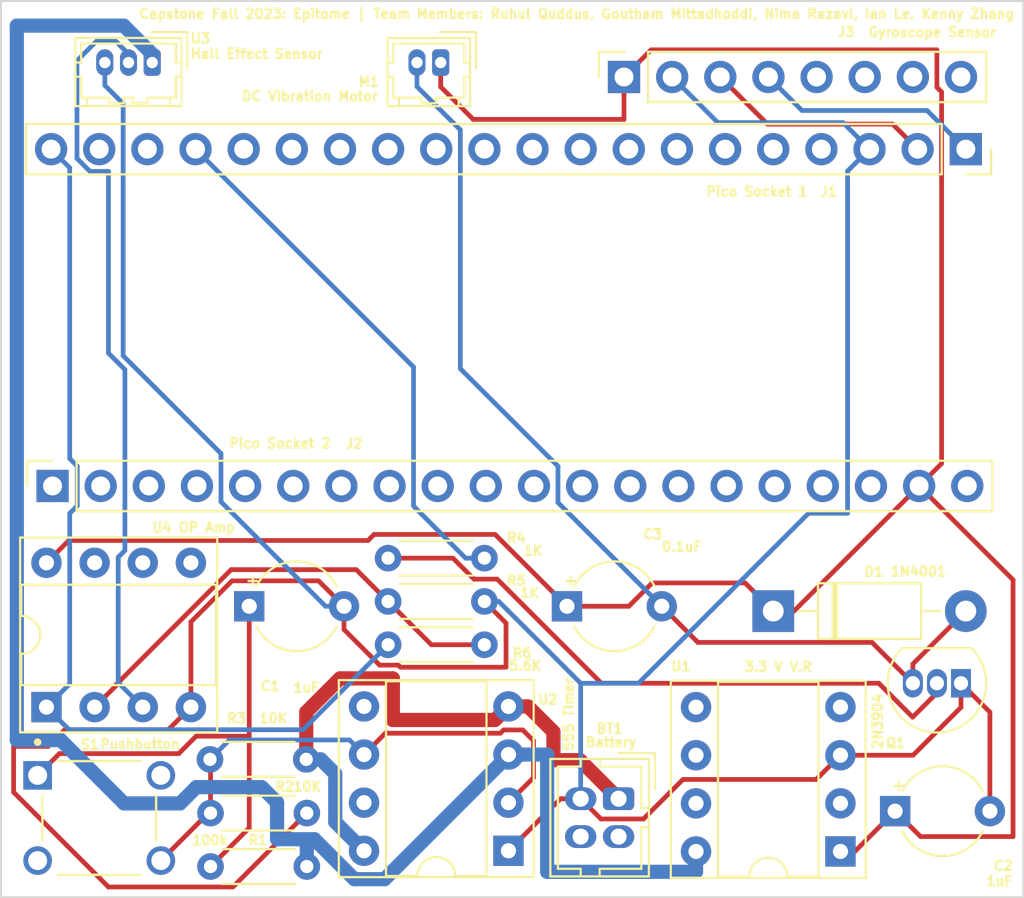
<source format=kicad_pcb>
(kicad_pcb (version 20221018) (generator pcbnew)
  (layers (0 "F.Cu" signal) (31 "B.Cu" signal) (34 "B.Paste" user) (35 "F.Paste" user) (36 "B.SilkS" user "B.Silkscreen") (37 "F.SilkS" user "F.Silkscreen") (38 "B.Mask" user) (39 "F.Mask" user) (44 "Edge.Cuts" user))
  (net 0 "")
  (net 1 "VCC")
  (net 2 "Earth")
  (net 3 "Net-(C1-Pad1)")
  (net 4 "Net-(D1-K)")
  (net 5 "Net-(D1-A)")
  (net 6 "Net-(J1-Pin_1)")
  (net 7 "Net-(J1-Pin_2)")
  (net 21 "Net-(J1-Pin_17)")
  (net 24 "Net-(J1-Pin_20)")
  (net 44 "Net-(Q1-B)")
  (net 45 "Net-(U2-THR)")
  (net 55 "Net-(U1-IN)")
  (net 60 "Net-(U4--)")
  (net 61 "Net-(U3-VOUT)")
  (footprint "Connector_Hirose:Hirose_DF13-03P-1.25DSA_1x03_P1.25mm_Vertical" (layer "F.Cu") (at 29.972 22.86 180)
    (fp_text reference "U3" hide)
    (fp_text value "Hall Effect Sensor" (at -5.518 0.46) (layer "F.SilkS") (effects (font (size 0.5 0.5) (thickness 0.125))))
    (fp_text user "${REFERENCE}" (at -2.54 1.27) (layer "F.SilkS") (effects (font (size 0.5 0.5) (thickness 0.125))))
    (fp_line (start -1.86 -0.3) (end -1.86 1.61) (stroke (width 0.12)) (layer "F.SilkS"))
    (fp_line (start -1.86 1.61) (end 0.05 1.61) (stroke (width 0.12)) (layer "F.SilkS"))
    (fp_line (start -1.55 -2.3) (end -1.55 1.3) (stroke (width 0.12)) (layer "F.SilkS"))
    (fp_line (start -1.55 -0.75) (end -1.25 -0.75) (stroke (width 0.12)) (layer "F.SilkS"))
    (fp_line (start -1.55 0) (end -1.25 0) (stroke (width 0.12)) (layer "F.SilkS"))
    (fp_line (start -1.55 1.3) (end 4.05 1.3) (stroke (width 0.12)) (layer "F.SilkS"))
    (fp_line (start -1.25 -1.85) (end -0.95 -1.85) (stroke (width 0.12)) (layer "F.SilkS"))
    (fp_line (start -1.25 -0.75) (end -1.25 -1.85) (stroke (width 0.12)) (layer "F.SilkS"))
    (fp_line (start -1.25 0) (end -1.25 1) (stroke (width 0.12)) (layer "F.SilkS"))
    (fp_line (start -1.25 1) (end 3.75 1) (stroke (width 0.12)) (layer "F.SilkS"))
    (fp_line (start -0.95 -1.85) (end -0.95 -2.3) (stroke (width 0.12)) (layer "F.SilkS"))
    (fp_line (start -0.95 -1.85) (end 0.25 -1.85) (stroke (width 0.12)) (layer "F.SilkS"))
    (fp_line (start 0.25 -2.15) (end 1 -2.15) (stroke (width 0.12)) (layer "F.SilkS"))
    (fp_line (start 0.25 -1.85) (end 0.25 -2.15) (stroke (width 0.12)) (layer "F.SilkS"))
    (fp_line (start 1 -2.15) (end 1 -1.85) (stroke (width 0.12)) (layer "F.SilkS"))
    (fp_line (start 1 -1.85) (end 1.5 -1.85) (stroke (width 0.12)) (layer "F.SilkS"))
    (fp_line (start 1.5 -2.15) (end 2.25 -2.15) (stroke (width 0.12)) (layer "F.SilkS"))
    (fp_line (start 1.5 -1.85) (end 1.5 -2.15) (stroke (width 0.12)) (layer "F.SilkS"))
    (fp_line (start 2.25 -2.15) (end 2.25 -1.85) (stroke (width 0.12)) (layer "F.SilkS"))
    (fp_line (start 2.25 -1.85) (end 3.45 -1.85) (stroke (width 0.12)) (layer "F.SilkS"))
    (fp_line (start 3.45 -1.85) (end 3.45 -2.3) (stroke (width 0.12)) (layer "F.SilkS"))
    (fp_line (start 3.75 -1.85) (end 3.45 -1.85) (stroke (width 0.12)) (layer "F.SilkS"))
    (fp_line (start 3.75 -0.75) (end 3.75 -1.85) (stroke (width 0.12)) (layer "F.SilkS"))
    (fp_line (start 3.75 0) (end 4.05 0) (stroke (width 0.12)) (layer "F.SilkS"))
    (fp_line (start 3.75 1) (end 3.75 0) (stroke (width 0.12)) (layer "F.SilkS"))
    (fp_line (start 4.05 -2.3) (end -1.55 -2.3) (stroke (width 0.12)) (layer "F.SilkS"))
    (fp_line (start 4.05 -0.75) (end 3.75 -0.75) (stroke (width 0.12)) (layer "F.SilkS"))
    (fp_line (start 4.05 1.3) (end 4.05 -2.3) (stroke (width 0.12)) (layer "F.SilkS"))
    (pad "1" thru_hole roundrect (at 0 0 180) (size 0.9 1.4) (drill 0.6) (layers "*.Cu" "*.Mask") (net 55 "Net-(U1-IN)"))
    (pad "2" thru_hole oval (at 1.25 0 180) (size 0.9 1.4) (drill 0.6) (layers "*.Cu" "*.Mask") (net 61 "Net-(U3-VOUT)"))
    (pad "3" thru_hole oval (at 2.5 0 180) (size 0.9 1.4) (drill 0.6) (layers "*.Cu" "*.Mask") (net 2 "Earth"))
  )
  (footprint "Connector_Hirose:Hirose_DF13-02P-1.25DSA_1x02_P1.25mm_Vertical" (layer "F.Cu") (at 45.192 22.86 180)
    (fp_text reference "M1" (at 3.79 -1.016 180) (layer "F.SilkS") (effects (font (size 0.5 0.5) (thickness 0.125))))
    (fp_text value "DC Vibration Motor" (at 6.902 -1.78 180) (layer "F.SilkS") (effects (font (size 0.5 0.5) (thickness 0.125))))
    (fp_line (start -1.86 -0.3) (end -1.86 1.61) (stroke (width 0.12)) (layer "F.SilkS"))
    (fp_line (start -1.86 1.61) (end 0.05 1.61) (stroke (width 0.12)) (layer "F.SilkS"))
    (fp_line (start -1.55 -2.3) (end -1.55 1.3) (stroke (width 0.12)) (layer "F.SilkS"))
    (fp_line (start -1.55 -0.75) (end -1.25 -0.75) (stroke (width 0.12)) (layer "F.SilkS"))
    (fp_line (start -1.55 0) (end -1.25 0) (stroke (width 0.12)) (layer "F.SilkS"))
    (fp_line (start -1.55 1.3) (end 2.8 1.3) (stroke (width 0.12)) (layer "F.SilkS"))
    (fp_line (start -1.25 -1.85) (end -0.95 -1.85) (stroke (width 0.12)) (layer "F.SilkS"))
    (fp_line (start -1.25 -0.75) (end -1.25 -1.85) (stroke (width 0.12)) (layer "F.SilkS"))
    (fp_line (start -1.25 0) (end -1.25 1) (stroke (width 0.12)) (layer "F.SilkS"))
    (fp_line (start -1.25 1) (end 2.5 1) (stroke (width 0.12)) (layer "F.SilkS"))
    (fp_line (start -0.95 -1.85) (end -0.95 -2.3) (stroke (width 0.12)) (layer "F.SilkS"))
    (fp_line (start -0.95 -1.85) (end 0.25 -1.85) (stroke (width 0.12)) (layer "F.SilkS"))
    (fp_line (start 0.25 -2.15) (end 1 -2.15) (stroke (width 0.12)) (layer "F.SilkS"))
    (fp_line (start 0.25 -1.85) (end 0.25 -2.15) (stroke (width 0.12)) (layer "F.SilkS"))
    (fp_line (start 1 -2.15) (end 1 -1.85) (stroke (width 0.12)) (layer "F.SilkS"))
    (fp_line (start 1 -1.85) (end 2.2 -1.85) (stroke (width 0.12)) (layer "F.SilkS"))
    (fp_line (start 2.2 -1.85) (end 2.2 -2.3) (stroke (width 0.12)) (layer "F.SilkS"))
    (fp_line (start 2.5 -1.85) (end 2.2 -1.85) (stroke (width 0.12)) (layer "F.SilkS"))
    (fp_line (start 2.5 -0.75) (end 2.5 -1.85) (stroke (width 0.12)) (layer "F.SilkS"))
    (fp_line (start 2.5 0) (end 2.8 0) (stroke (width 0.12)) (layer "F.SilkS"))
    (fp_line (start 2.5 1) (end 2.5 0) (stroke (width 0.12)) (layer "F.SilkS"))
    (fp_line (start 2.8 -2.3) (end -1.55 -2.3) (stroke (width 0.12)) (layer "F.SilkS"))
    (fp_line (start 2.8 -0.75) (end 2.5 -0.75) (stroke (width 0.12)) (layer "F.SilkS"))
    (fp_line (start 2.8 1.3) (end 2.8 -2.3) (stroke (width 0.12)) (layer "F.SilkS"))
    (pad "1" thru_hole roundrect (at 0 0 180) (size 0.9 1.4) (drill 0.6) (layers "*.Cu" "*.Mask") (net 4 "Net-(D1-K)"))
    (pad "2" thru_hole oval (at 1.25 0 180) (size 0.9 1.4) (drill 0.6) (layers "*.Cu" "*.Mask") (net 5 "Net-(D1-A)"))
  )
  (footprint "TS:SW_TS02-66-60-BK-160-LCR-D" (layer "F.Cu") (at 27.178 62.738)
    (fp_text reference "S1" (at -0.498 -3.868 180) (layer "F.SilkS") (effects (font (size 0.5 0.5) (thickness 0.125))))
    (fp_text value "Pushbutton" (at 2.152 -3.898 180) (layer "F.SilkS") (effects (font (size 0.5 0.5) (thickness 0.125))))
    (fp_line (start -3 -1.176) (end -3 1.176) (stroke (width 0.127)) (layer "F.SilkS"))
    (fp_line (start -2.176 -3) (end 2.176 -3) (stroke (width 0.127)) (layer "F.SilkS"))
    (fp_line (start -2.176 3) (end 2.176 3) (stroke (width 0.127)) (layer "F.SilkS"))
    (fp_line (start 3 -1.176) (end 3 1.176) (stroke (width 0.127)) (layer "F.SilkS"))
    (fp_circle (center -3.25 -4.004) (end -3.15 -4.004) (stroke (width 0.2)) (fill none) (layer "F.SilkS"))
    (pad "1" thru_hole rect (at -3.25 -2.25) (size 1.508 1.508) (drill 1) (layers "*.Cu" "*.Mask") (net 3 "Net-(C1-Pad1)"))
    (pad "2" thru_hole circle (at 3.25 -2.25) (size 1.508 1.508) (drill 1) (layers "*.Cu" "*.Mask"))
    (pad "3" thru_hole circle (at -3.25 2.25) (size 1.508 1.508) (drill 1) (layers "*.Cu" "*.Mask"))
    (pad "4" thru_hole circle (at 3.25 2.25) (size 1.508 1.508) (drill 1) (layers "*.Cu" "*.Mask") (net 45 "Net-(U2-THR)"))
  )
  (footprint "Package_TO_SOT_THT:TO-92_Inline" (layer "F.Cu") (at 72.644 55.626 180)
    (fp_text reference "Q1" (at 3.454 -3.154) (layer "F.SilkS") (effects (font (size 0.5 0.5) (thickness 0.125))))
    (fp_text value "2N3904" (at 4.394 -2.004 90) (layer "F.SilkS") (effects (font (size 0.5 0.5) (thickness 0.125))))
    (fp_line (start -0.53 1.85) (end 3.07 1.85) (stroke (width 0.12)) (layer "F.SilkS"))
    (fp_arc (start -0.568478 1.838478) (mid -1.132087 -0.994977) (end 1.27 -2.6) (stroke (width 0.12)) (layer "F.SilkS"))
    (fp_arc (start 1.27 -2.6) (mid 3.672087 -0.994977) (end 3.108478 1.838478) (stroke (width 0.12)) (layer "F.SilkS"))
    (pad "1" thru_hole rect (at 0 0 180) (size 1.05 1.5) (drill 0.75) (layers "*.Cu" "*.Mask") (net 2 "Earth"))
    (pad "2" thru_hole oval (at 1.27 0 180) (size 1.05 1.5) (drill 0.75) (layers "*.Cu" "*.Mask") (net 44 "Net-(Q1-B)"))
    (pad "3" thru_hole oval (at 2.54 0 180) (size 1.05 1.5) (drill 0.75) (layers "*.Cu" "*.Mask") (net 5 "Net-(D1-A)"))
  )
  (footprint "Resistor_THT:R_Axial_DIN0204_L3.6mm_D1.6mm_P5.08mm_Horizontal" (layer "F.Cu") (at 42.418 49.022)
    (fp_text reference "R4" hide)
    (fp_text value "1K" (at 7.652 -0.392) (layer "F.SilkS") (effects (font (size 0.5 0.5) (thickness 0.125))))
    (fp_text user "${REFERENCE}" (at 6.762 -1.072) (layer "F.SilkS") (effects (font (size 0.5 0.5) (thickness 0.125) bold)))
    (fp_line (start 0.62 -0.92) (end 4.46 -0.92) (stroke (width 0.12)) (layer "F.SilkS"))
    (fp_line (start 0.62 0.92) (end 4.46 0.92) (stroke (width 0.12)) (layer "F.SilkS"))
    (pad "1" thru_hole circle (at 0 0) (size 1.4 1.4) (drill 0.7) (layers "*.Cu" "*.Mask") (net 44 "Net-(Q1-B)"))
    (pad "2" thru_hole oval (at 5.08 0) (size 1.4 1.4) (drill 0.7) (layers "*.Cu" "*.Mask") (net 21 "Net-(J1-Pin_17)"))
  )
  (footprint "Package_DIP:DIP-8_W7.62mm_Socket" (layer "F.Cu") (at 48.768 64.4705 180)
    (fp_text reference "U2" hide)
    (fp_text value "555 Timer" (at -3.182 7.2005 90) (layer "F.SilkS") (effects (font (size 0.5 0.5) (thickness 0.125))))
    (fp_text user "${REFERENCE}" (at -2.072 7.9905) (layer "F.SilkS") (effects (font (size 0.5 0.5) (thickness 0.125) bold)))
    (fp_line (start -1.33 -1.39) (end -1.33 9.01) (stroke (width 0.12)) (layer "F.SilkS"))
    (fp_line (start -1.33 9.01) (end 8.95 9.01) (stroke (width 0.12)) (layer "F.SilkS"))
    (fp_line (start 1.16 -1.33) (end 1.16 8.95) (stroke (width 0.12)) (layer "F.SilkS"))
    (fp_line (start 1.16 8.95) (end 6.46 8.95) (stroke (width 0.12)) (layer "F.SilkS"))
    (fp_line (start 2.81 -1.33) (end 1.16 -1.33) (stroke (width 0.12)) (layer "F.SilkS"))
    (fp_line (start 6.46 -1.33) (end 4.81 -1.33) (stroke (width 0.12)) (layer "F.SilkS"))
    (fp_line (start 6.46 8.95) (end 6.46 -1.33) (stroke (width 0.12)) (layer "F.SilkS"))
    (fp_line (start 8.95 -1.39) (end -1.33 -1.39) (stroke (width 0.12)) (layer "F.SilkS"))
    (fp_line (start 8.95 9.01) (end 8.95 -1.39) (stroke (width 0.12)) (layer "F.SilkS"))
    (fp_arc (start 4.81 -1.33) (mid 3.81 -0.33) (end 2.81 -1.33) (stroke (width 0.12)) (layer "F.SilkS"))
    (pad "1" thru_hole rect (at 0 0 180) (size 1.6 1.6) (drill 0.8) (layers "*.Cu" "*.Mask") (net 2 "Earth"))
    (pad "2" thru_hole oval (at 0 2.54 180) (size 1.6 1.6) (drill 0.8) (layers "*.Cu" "*.Mask") (net 45 "Net-(U2-THR)"))
    (pad "3" thru_hole oval (at 0 5.08 180) (size 1.6 1.6) (drill 0.8) (layers "*.Cu" "*.Mask") (net 55 "Net-(U1-IN)"))
    (pad "4" thru_hole oval (at 0 7.62 180) (size 1.6 1.6) (drill 0.8) (layers "*.Cu" "*.Mask") (net 1 "VCC"))
    (pad "5" thru_hole oval (at 7.62 7.62 180) (size 1.6 1.6) (drill 0.8) (layers "*.Cu" "*.Mask"))
    (pad "6" thru_hole oval (at 7.62 5.08 180) (size 1.6 1.6) (drill 0.8) (layers "*.Cu" "*.Mask") (net 45 "Net-(U2-THR)"))
    (pad "7" thru_hole oval (at 7.62 2.54 180) (size 1.6 1.6) (drill 0.8) (layers "*.Cu" "*.Mask"))
    (pad "8" thru_hole oval (at 7.62 0 180) (size 1.6 1.6) (drill 0.8) (layers "*.Cu" "*.Mask") (net 1 "VCC"))
  )
  (footprint "Package_DIP:DIP-8_W7.62mm_Socket" (layer "F.Cu") (at 66.284 64.506 180)
    (fp_text reference "U1" hide)
    (fp_text value "3.3 V V.R" (at 3.284 9.746 180) (layer "F.SilkS") (effects (font (size 0.5 0.5) (thickness 0.125))))
    (fp_text user "${REFERENCE}" (at 8.414 9.776) (layer "F.SilkS") (effects (font (size 0.5 0.5) (thickness 0.125) bold)))
    (fp_line (start -1.33 -1.39) (end -1.33 9.01) (stroke (width 0.12)) (layer "F.SilkS"))
    (fp_line (start -1.33 9.01) (end 8.95 9.01) (stroke (width 0.12)) (layer "F.SilkS"))
    (fp_line (start 1.16 -1.33) (end 1.16 8.95) (stroke (width 0.12)) (layer "F.SilkS"))
    (fp_line (start 1.16 8.95) (end 6.46 8.95) (stroke (width 0.12)) (layer "F.SilkS"))
    (fp_line (start 2.81 -1.33) (end 1.16 -1.33) (stroke (width 0.12)) (layer "F.SilkS"))
    (fp_line (start 6.46 -1.33) (end 4.81 -1.33) (stroke (width 0.12)) (layer "F.SilkS"))
    (fp_line (start 6.46 8.95) (end 6.46 -1.33) (stroke (width 0.12)) (layer "F.SilkS"))
    (fp_line (start 8.95 -1.39) (end -1.33 -1.39) (stroke (width 0.12)) (layer "F.SilkS"))
    (fp_line (start 8.95 9.01) (end 8.95 -1.39) (stroke (width 0.12)) (layer "F.SilkS"))
    (fp_arc (start 4.81 -1.33) (mid 3.81 -0.33) (end 2.81 -1.33) (stroke (width 0.12)) (layer "F.SilkS"))
    (pad "1" thru_hole rect (at 0 0 180) (size 1.6 1.6) (drill 0.8) (layers "*.Cu" "*.Mask") (net 4 "Net-(D1-K)"))
    (pad "2" thru_hole oval (at 0 2.54 180) (size 1.6 1.6) (drill 0.8) (layers "*.Cu" "*.Mask"))
    (pad "3" thru_hole oval (at 0 5.08 180) (size 1.6 1.6) (drill 0.8) (layers "*.Cu" "*.Mask") (net 2 "Earth"))
    (pad "4" thru_hole oval (at 0 7.62 180) (size 1.6 1.6) (drill 0.8) (layers "*.Cu" "*.Mask"))
    (pad "5" thru_hole oval (at 7.62 7.62 180) (size 1.6 1.6) (drill 0.8) (layers "*.Cu" "*.Mask"))
    (pad "6" thru_hole oval (at 7.62 5.08 180) (size 1.6 1.6) (drill 0.8) (layers "*.Cu" "*.Mask"))
    (pad "7" thru_hole oval (at 7.62 2.54 180) (size 1.6 1.6) (drill 0.8) (layers "*.Cu" "*.Mask"))
    (pad "8" thru_hole oval (at 7.62 0 180) (size 1.6 1.6) (drill 0.8) (layers "*.Cu" "*.Mask") (net 55 "Net-(U1-IN)"))
  )
  (footprint "Capacitor_THT:CP_Radial_Tantal_D4.5mm_P5.00mm" (layer "F.Cu") (at 35.092 51.562)
    (fp_text reference "C1" hide)
    (fp_text value "1uF" (at 3.008 4.288) (layer "F.SilkS") (effects (font (size 0.5 0.5) (thickness 0.125))))
    (fp_text user "${REFERENCE}" (at 1.098 4.218) (layer "F.SilkS") (effects (font (size 0.5 0.5) (thickness 0.125))))
    (fp_line (start -0.037288 -1.335) (end 0.412712 -1.335) (stroke (width 0.12)) (layer "F.SilkS"))
    (fp_line (start 0.187712 -1.56) (end 0.187712 -1.11) (stroke (width 0.12)) (layer "F.SilkS"))
    (fp_arc (start 0.380259 -1.06) (mid 2.5 -2.37) (end 4.619741 -1.06) (stroke (width 0.12)) (layer "F.SilkS"))
    (fp_arc (start 4.619741 1.06) (mid 2.5 2.37) (end 0.380259 1.06) (stroke (width 0.12)) (layer "F.SilkS"))
    (pad "1" thru_hole rect (at 0 0) (size 1.6 1.6) (drill 0.8) (layers "*.Cu" "*.Mask") (net 3 "Net-(C1-Pad1)"))
    (pad "2" thru_hole circle (at 5 0) (size 1.6 1.6) (drill 0.8) (layers "*.Cu" "*.Mask") (net 2 "Earth"))
  )
  (footprint "Resistor_THT:R_Axial_DIN0204_L3.6mm_D1.6mm_P5.08mm_Horizontal" (layer "F.Cu") (at 42.418 53.594)
    (fp_text reference "R6" hide)
    (fp_text value "5.6K" (at 7.232 1.106) (layer "F.SilkS") (effects (font (size 0.5 0.5) (thickness 0.125))))
    (fp_text user "${REFERENCE}" (at 7.072 0.436) (layer "F.SilkS") (effects (font (size 0.5 0.5) (thickness 0.125) bold)))
    (fp_line (start 0.62 -0.92) (end 4.46 -0.92) (stroke (width 0.12)) (layer "F.SilkS"))
    (fp_line (start 0.62 0.92) (end 4.46 0.92) (stroke (width 0.12)) (layer "F.SilkS"))
    (pad "1" thru_hole circle (at 0 0) (size 1.4 1.4) (drill 0.7) (layers "*.Cu" "*.Mask") (net 24 "Net-(J1-Pin_20)"))
    (pad "2" thru_hole oval (at 5.08 0) (size 1.4 1.4) (drill 0.7) (layers "*.Cu" "*.Mask") (net 60 "Net-(U4--)"))
  )
  (footprint "Resistor_THT:R_Axial_DIN0204_L3.6mm_D1.6mm_P5.08mm_Horizontal" (layer "F.Cu") (at 38.13 62.48 180)
    (fp_text reference "R2" hide)
    (fp_text value "10K" (at -0.02 1.4 180) (layer "F.SilkS") (effects (font (size 0.5 0.5) (thickness 0.125))))
    (fp_text user "${REFERENCE}" (at 1.17 1.39) (layer "F.SilkS") (effects (font (size 0.5 0.5) (thickness 0.125) bold)))
    (fp_line (start 0.62 -0.92) (end 4.46 -0.92) (stroke (width 0.12)) (layer "F.SilkS"))
    (fp_line (start 0.62 0.92) (end 4.46 0.92) (stroke (width 0.12)) (layer "F.SilkS"))
    (pad "1" thru_hole circle (at 0 0 180) (size 1.4 1.4) (drill 0.7) (layers "*.Cu" "*.Mask") (net 2 "Earth"))
    (pad "2" thru_hole oval (at 5.08 0 180) (size 1.4 1.4) (drill 0.7) (layers "*.Cu" "*.Mask") (net 45 "Net-(U2-THR)"))
  )
  (footprint "Resistor_THT:R_Axial_DIN0204_L3.6mm_D1.6mm_P5.08mm_Horizontal" (layer "F.Cu") (at 33.02 59.6445)
    (fp_text reference "R3" hide)
    (fp_text value "10K" (at 3.35 -2.1645) (layer "F.SilkS") (effects (font (size 0.5 0.5) (thickness 0.125))))
    (fp_text user "${REFERENCE}" (at 1.4 -2.1645) (layer "F.SilkS") (effects (font (size 0.5 0.5) (thickness 0.125) bold)))
    (fp_line (start 0.62 -0.92) (end 4.46 -0.92) (stroke (width 0.12)) (layer "F.SilkS"))
    (fp_line (start 0.62 0.92) (end 4.46 0.92) (stroke (width 0.12)) (layer "F.SilkS"))
    (pad "1" thru_hole circle (at 0 0) (size 1.4 1.4) (drill 0.7) (layers "*.Cu" "*.Mask") (net 45 "Net-(U2-THR)"))
    (pad "2" thru_hole oval (at 5.08 0) (size 1.4 1.4) (drill 0.7) (layers "*.Cu" "*.Mask") (net 1 "VCC"))
  )
  (footprint "Connector_Hirose:Hirose_DF11-4DP-2DSA_2x02_P2.00mm_Vertical" (layer "F.Cu") (at 54.578 61.722 -90)
    (fp_text reference "BT1" (at -3.702 0.468 180) (layer "F.SilkS") (effects (font (size 0.5 0.5) (thickness 0.125))))
    (fp_text value "Battery" (at -2.982 0.398 180) (layer "F.SilkS") (effects (font (size 0.5 0.5) (thickness 0.125))))
    (fp_line (start -2.41 -1.91) (end -0.5 -1.91) (stroke (width 0.12)) (layer "F.SilkS"))
    (fp_line (start -2.41 0) (end -2.41 -1.91) (stroke (width 0.12)) (layer "F.SilkS"))
    (fp_line (start -2.1 -1.6) (end -2.1 3.6) (stroke (width 0.12)) (layer "F.SilkS"))
    (fp_line (start -2.1 1) (end -1.7 1) (stroke (width 0.12)) (layer "F.SilkS"))
    (fp_line (start -2.1 2) (end -1.7 2) (stroke (width 0.12)) (layer "F.SilkS"))
    (fp_line (start -2.1 3.6) (end 4.1 3.6) (stroke (width 0.12)) (layer "F.SilkS"))
    (fp_line (start -1.7 -1.2) (end 0.5 -1.2) (stroke (width 0.12)) (layer "F.SilkS"))
    (fp_line (start -1.7 1) (end -1.7 -1.2) (stroke (width 0.12)) (layer "F.SilkS"))
    (fp_line (start -1.7 2) (end -1.7 3.2) (stroke (width 0.12)) (layer "F.SilkS"))
    (fp_line (start -1.7 3.2) (end 3.7 3.2) (stroke (width 0.12)) (layer "F.SilkS"))
    (fp_line (start 0.5 -1.2) (end 0.5 -1.6) (stroke (width 0.12)) (layer "F.SilkS"))
    (fp_line (start 1.5 -1.2) (end 1.5 -1.6) (stroke (width 0.12)) (layer "F.SilkS"))
    (fp_line (start 3.7 -1.2) (end 1.5 -1.2) (stroke (width 0.12)) (layer "F.SilkS"))
    (fp_line (start 3.7 1) (end 3.7 -1.2) (stroke (width 0.12)) (layer "F.SilkS"))
    (fp_line (start 3.7 2) (end 4.1 2) (stroke (width 0.12)) (layer "F.SilkS"))
    (fp_line (start 3.7 3.2) (end 3.7 2) (stroke (width 0.12)) (layer "F.SilkS"))
    (fp_line (start 4.1 -1.6) (end -2.1 -1.6) (stroke (width 0.12)) (layer "F.SilkS"))
    (fp_line (start 4.1 1) (end 3.7 1) (stroke (width 0.12)) (layer "F.SilkS"))
    (fp_line (start 4.1 3.6) (end 4.1 -1.6) (stroke (width 0.12)) (layer "F.SilkS"))
    (pad "1" thru_hole roundrect (at 0 0 270) (size 1.2 1.65) (drill 0.85) (layers "*.Cu" "*.Mask") (roundrect_rratio 0.2083333333) (net 1 "VCC"))
    (pad "2" thru_hole oval (at 0 2 270) (size 1.2 1.65) (drill 0.85) (layers "*.Cu" "*.Mask") (net 2 "Earth"))
    (pad "3" thru_hole oval (at 2 0 270) (size 1.2 1.65) (drill 0.85) (layers "*.Cu" "*.Mask"))
    (pad "4" thru_hole oval (at 2 2 270) (size 1.2 1.65) (drill 0.85) (layers "*.Cu" "*.Mask"))
  )
  (footprint "Capacitor_THT:CP_Radial_Tantal_D4.5mm_P5.00mm" (layer "F.Cu") (at 51.856 51.562)
    (fp_text reference "C3" hide)
    (fp_text value "0.1uF" (at 6.054 -3.142) (layer "F.SilkS") (effects (font (size 0.5 0.5) (thickness 0.125))))
    (fp_text user "${REFERENCE}" (at 4.524 -3.802) (layer "F.SilkS") (effects (font (size 0.5 0.5) (thickness 0.125))))
    (fp_line (start -0.037288 -1.335) (end 0.412712 -1.335) (stroke (width 0.12)) (layer "F.SilkS"))
    (fp_line (start 0.187712 -1.56) (end 0.187712 -1.11) (stroke (width 0.12)) (layer "F.SilkS"))
    (fp_arc (start 0.380259 -1.06) (mid 2.5 -2.37) (end 4.619741 -1.06) (stroke (width 0.12)) (layer "F.SilkS"))
    (fp_arc (start 4.619741 1.06) (mid 2.5 2.37) (end 0.380259 1.06) (stroke (width 0.12)) (layer "F.SilkS"))
    (pad "1" thru_hole rect (at 0 0) (size 1.6 1.6) (drill 0.8) (layers "*.Cu" "*.Mask") (net 4 "Net-(D1-K)"))
    (pad "2" thru_hole circle (at 5 0) (size 1.6 1.6) (drill 0.8) (layers "*.Cu" "*.Mask") (net 5 "Net-(D1-A)"))
  )
  (footprint "Package_DIP:DIP-8_W7.62mm_Socket" (layer "F.Cu") (at 24.394 56.886 90)
    (fp_text reference "U4" hide)
    (fp_text value "OP Amp" (at 9.486 8.456 180) (layer "F.SilkS") (effects (font (size 0.5 0.5) (thickness 0.125))))
    (fp_text user "${REFERENCE}" (at 9.476 6.096 180) (layer "F.SilkS") (effects (font (size 0.5 0.5) (thickness 0.125))))
    (fp_line (start -1.33 -1.39) (end -1.33 9.01) (stroke (width 0.12)) (layer "F.SilkS"))
    (fp_line (start -1.33 9.01) (end 8.95 9.01) (stroke (width 0.12)) (layer "F.SilkS"))
    (fp_line (start 1.16 -1.33) (end 1.16 8.95) (stroke (width 0.12)) (layer "F.SilkS"))
    (fp_line (start 1.16 8.95) (end 6.46 8.95) (stroke (width 0.12)) (layer "F.SilkS"))
    (fp_line (start 2.81 -1.33) (end 1.16 -1.33) (stroke (width 0.12)) (layer "F.SilkS"))
    (fp_line (start 6.46 -1.33) (end 4.81 -1.33) (stroke (width 0.12)) (layer "F.SilkS"))
    (fp_line (start 6.46 8.95) (end 6.46 -1.33) (stroke (width 0.12)) (layer "F.SilkS"))
    (fp_line (start 8.95 -1.39) (end -1.33 -1.39) (stroke (width 0.12)) (layer "F.SilkS"))
    (fp_line (start 8.95 9.01) (end 8.95 -1.39) (stroke (width 0.12)) (layer "F.SilkS"))
    (fp_arc (start 4.81 -1.33) (mid 3.81 -0.33) (end 2.81 -1.33) (stroke (width 0.12)) (layer "F.SilkS"))
    (pad "1" thru_hole rect (at 0 0 90) (size 1.6 1.6) (drill 0.8) (layers "*.Cu" "*.Mask") (net 24 "Net-(J1-Pin_20)"))
    (pad "2" thru_hole oval (at 0 2.54 90) (size 1.6 1.6) (drill 0.8) (layers "*.Cu" "*.Mask") (net 60 "Net-(U4--)"))
    (pad "3" thru_hole oval (at 0 5.08 90) (size 1.6 1.6) (drill 0.8) (layers "*.Cu" "*.Mask") (net 61 "Net-(U3-VOUT)"))
    (pad "4" thru_hole oval (at 0 7.62 90) (size 1.6 1.6) (drill 0.8) (layers "*.Cu" "*.Mask") (net 2 "Earth"))
    (pad "5" thru_hole oval (at 7.62 7.62 90) (size 1.6 1.6) (drill 0.8) (layers "*.Cu" "*.Mask"))
    (pad "6" thru_hole oval (at 7.62 5.08 90) (size 1.6 1.6) (drill 0.8) (layers "*.Cu" "*.Mask"))
    (pad "7" thru_hole oval (at 7.62 2.54 90) (size 1.6 1.6) (drill 0.8) (layers "*.Cu" "*.Mask"))
    (pad "8" thru_hole oval (at 7.62 0 90) (size 1.6 1.6) (drill 0.8) (layers "*.Cu" "*.Mask") (net 4 "Net-(D1-K)"))
  )
  (footprint "Connector_PinSocket_2.54mm:PinSocket_1x08_P2.54mm_Vertical" (layer "F.Cu") (at 54.864 23.622 90)
    (fp_text reference "J3" hide)
    (fp_text value "Gyroscope Sensor" (at 2.362 16.266 180) (layer "F.SilkS") (effects (font (size 0.5 0.5) (thickness 0.125))))
    (fp_text user "${REFERENCE}" (at 2.382 11.726) (layer "F.SilkS") (effects (font (size 0.5 0.5) (thickness 0.125))))
    (fp_line (start -1.33 1.27) (end -1.33 19.11) (stroke (width 0.12)) (layer "F.SilkS"))
    (fp_line (start -1.33 1.27) (end 1.33 1.27) (stroke (width 0.12)) (layer "F.SilkS"))
    (fp_line (start -1.33 19.11) (end 1.33 19.11) (stroke (width 0.12)) (layer "F.SilkS"))
    (fp_line (start 0 -1.33) (end 1.33 -1.33) (stroke (width 0.12)) (layer "F.SilkS"))
    (fp_line (start 1.33 -1.33) (end 1.33 0) (stroke (width 0.12)) (layer "F.SilkS"))
    (fp_line (start 1.33 1.27) (end 1.33 19.11) (stroke (width 0.12)) (layer "F.SilkS"))
    (pad "1" thru_hole rect (at 0 0 90) (size 1.7 1.7) (drill 1) (layers "*.Cu" "*.Mask") (net 4 "Net-(D1-K)"))
    (pad "2" thru_hole oval (at 0 2.54 90) (size 1.7 1.7) (drill 1) (layers "*.Cu" "*.Mask") (net 2 "Earth"))
    (pad "3" thru_hole oval (at 0 5.08 90) (size 1.7 1.7) (drill 1) (layers "*.Cu" "*.Mask") (net 7 "Net-(J1-Pin_2)"))
    (pad "4" thru_hole oval (at 0 7.62 90) (size 1.7 1.7) (drill 1) (layers "*.Cu" "*.Mask") (net 6 "Net-(J1-Pin_1)"))
    (pad "5" thru_hole oval (at 0 10.16 90) (size 1.7 1.7) (drill 1) (layers "*.Cu" "*.Mask"))
    (pad "6" thru_hole oval (at 0 12.7 90) (size 1.7 1.7) (drill 1) (layers "*.Cu" "*.Mask"))
    (pad "7" thru_hole oval (at 0 15.24 90) (size 1.7 1.7) (drill 1) (layers "*.Cu" "*.Mask"))
    (pad "8" thru_hole oval (at 0 17.78 90) (size 1.7 1.7) (drill 1) (layers "*.Cu" "*.Mask"))
  )
  (footprint "Connector_PinSocket_2.54mm:PinSocket_1x20_P2.54mm_Vertical" (layer "F.Cu") (at 72.898 27.432 -90)
    (fp_text reference "J1" (at 2.238 7.228 180) (layer "F.SilkS") (effects (font (size 0.5 0.5) (thickness 0.125))))
    (fp_text value "Pico Socket 1" (at 2.238 11.018 180) (layer "F.SilkS") (effects (font (size 0.5 0.5) (thickness 0.125))))
    (fp_line (start -1.33 1.27) (end -1.33 49.59) (stroke (width 0.12)) (layer "F.SilkS"))
    (fp_line (start -1.33 1.27) (end 1.33 1.27) (stroke (width 0.12)) (layer "F.SilkS"))
    (fp_line (start -1.33 49.59) (end 1.33 49.59) (stroke (width 0.12)) (layer "F.SilkS"))
    (fp_line (start 0 -1.33) (end 1.33 -1.33) (stroke (width 0.12)) (layer "F.SilkS"))
    (fp_line (start 1.33 -1.33) (end 1.33 0) (stroke (width 0.12)) (layer "F.SilkS"))
    (fp_line (start 1.33 1.27) (end 1.33 49.59) (stroke (width 0.12)) (layer "F.SilkS"))
    (pad "1" thru_hole rect (at 0 0 270) (size 1.7 1.7) (drill 1) (layers "*.Cu" "*.Mask") (net 6 "Net-(J1-Pin_1)"))
    (pad "2" thru_hole oval (at 0 2.54 270) (size 1.7 1.7) (drill 1) (layers "*.Cu" "*.Mask") (net 7 "Net-(J1-Pin_2)"))
    (pad "3" thru_hole oval (at 0 5.08 270) (size 1.7 1.7) (drill 1) (layers "*.Cu" "*.Mask") (net 2 "Earth"))
    (pad "4" thru_hole oval (at 0 7.62 270) (size 1.7 1.7) (drill 1) (layers "*.Cu" "*.Mask"))
    (pad "5" thru_hole oval (at 0 10.16 270) (size 1.7 1.7) (drill 1) (layers "*.Cu" "*.Mask"))
    (pad "6" thru_hole oval (at 0 12.7 270) (size 1.7 1.7) (drill 1) (layers "*.Cu" "*.Mask"))
    (pad "7" thru_hole oval (at 0 15.24 270) (size 1.7 1.7) (drill 1) (layers "*.Cu" "*.Mask"))
    (pad "8" thru_hole oval (at 0 17.78 270) (size 1.7 1.7) (drill 1) (layers "*.Cu" "*.Mask"))
    (pad "9" thru_hole oval (at 0 20.32 270) (size 1.7 1.7) (drill 1) (layers "*.Cu" "*.Mask"))
    (pad "10" thru_hole oval (at 0 22.86 270) (size 1.7 1.7) (drill 1) (layers "*.Cu" "*.Mask"))
    (pad "11" thru_hole oval (at 0 25.4 270) (size 1.7 1.7) (drill 1) (layers "*.Cu" "*.Mask"))
    (pad "12" thru_hole oval (at 0 27.94 270) (size 1.7 1.7) (drill 1) (layers "*.Cu" "*.Mask"))
    (pad "13" thru_hole oval (at 0 30.48 270) (size 1.7 1.7) (drill 1) (layers "*.Cu" "*.Mask"))
    (pad "14" thru_hole oval (at 0 33.02 270) (size 1.7 1.7) (drill 1) (layers "*.Cu" "*.Mask"))
    (pad "15" thru_hole oval (at 0 35.56 270) (size 1.7 1.7) (drill 1) (layers "*.Cu" "*.Mask"))
    (pad "16" thru_hole oval (at 0 38.1 270) (size 1.7 1.7) (drill 1) (layers "*.Cu" "*.Mask"))
    (pad "17" thru_hole oval (at 0 40.64 270) (size 1.7 1.7) (drill 1) (layers "*.Cu" "*.Mask") (net 21 "Net-(J1-Pin_17)"))
    (pad "18" thru_hole oval (at 0 43.18 270) (size 1.7 1.7) (drill 1) (layers "*.Cu" "*.Mask"))
    (pad "19" thru_hole oval (at 0 45.72 270) (size 1.7 1.7) (drill 1) (layers "*.Cu" "*.Mask"))
    (pad "20" thru_hole oval (at 0 48.26 270) (size 1.7 1.7) (drill 1) (layers "*.Cu" "*.Mask") (net 24 "Net-(J1-Pin_20)"))
  )
  (footprint "Resistor_THT:R_Axial_DIN0204_L3.6mm_D1.6mm_P5.08mm_Horizontal" (layer "F.Cu") (at 42.418 51.308)
    (fp_text reference "R5" hide)
    (fp_text value "1K" (at 7.462 -0.448) (layer "F.SilkS") (effects (font (size 0.5 0.5) (thickness 0.125))))
    (fp_text user "${REFERENCE}" (at 6.762 -1.098) (layer "F.SilkS") (effects (font (size 0.5 0.5) (thickness 0.125) bold)))
    (fp_line (start 0.62 -0.92) (end 4.46 -0.92) (stroke (width 0.12)) (layer "F.SilkS"))
    (fp_line (start 0.62 0.92) (end 4.46 0.92) (stroke (width 0.12)) (layer "F.SilkS"))
    (pad "1" thru_hole circle (at 0 0) (size 1.4 1.4) (drill 0.7) (layers "*.Cu" "*.Mask") (net 60 "Net-(U4--)"))
    (pad "2" thru_hole oval (at 5.08 0) (size 1.4 1.4) (drill 0.7) (layers "*.Cu" "*.Mask") (net 2 "Earth"))
  )
  (footprint "Connector_PinSocket_2.54mm:PinSocket_1x20_P2.54mm_Vertical" (layer "F.Cu") (at 24.7142 45.212 90)
    (fp_text reference "J2" (at 2.242 15.9158 180) (layer "F.SilkS") (effects (font (size 0.5 0.5) (thickness 0.125))))
    (fp_text value "Pico Socket 2" (at 2.252 11.9958 180) (layer "F.SilkS") (effects (font (size 0.5 0.5) (thickness 0.125))))
    (fp_line (start -1.33 1.27) (end -1.33 49.59) (stroke (width 0.12)) (layer "F.SilkS"))
    (fp_line (start -1.33 1.27) (end 1.33 1.27) (stroke (width 0.12)) (layer "F.SilkS"))
    (fp_line (start -1.33 49.59) (end 1.33 49.59) (stroke (width 0.12)) (layer "F.SilkS"))
    (fp_line (start 0 -1.33) (end 1.33 -1.33) (stroke (width 0.12)) (layer "F.SilkS"))
    (fp_line (start 1.33 -1.33) (end 1.33 0) (stroke (width 0.12)) (layer "F.SilkS"))
    (fp_line (start 1.33 1.27) (end 1.33 49.59) (stroke (width 0.12)) (layer "F.SilkS"))
    (pad "1" thru_hole rect (at 0 0 90) (size 1.7 1.7) (drill 1) (layers "*.Cu" "*.Mask"))
    (pad "2" thru_hole oval (at 0 2.54 90) (size 1.7 1.7) (drill 1) (layers "*.Cu" "*.Mask"))
    (pad "3" thru_hole oval (at 0 5.08 90) (size 1.7 1.7) (drill 1) (layers "*.Cu" "*.Mask"))
    (pad "4" thru_hole oval (at 0 7.62 90) (size 1.7 1.7) (drill 1) (layers "*.Cu" "*.Mask"))
    (pad "5" thru_hole oval (at 0 10.16 90) (size 1.7 1.7) (drill 1) (layers "*.Cu" "*.Mask"))
    (pad "6" thru_hole oval (at 0 12.7 90) (size 1.7 1.7) (drill 1) (layers "*.Cu" "*.Mask"))
    (pad "7" thru_hole oval (at 0 15.24 90) (size 1.7 1.7) (drill 1) (layers "*.Cu" "*.Mask"))
    (pad "8" thru_hole oval (at 0 17.78 90) (size 1.7 1.7) (drill 1) (layers "*.Cu" "*.Mask"))
    (pad "9" thru_hole oval (at 0 20.32 90) (size 1.7 1.7) (drill 1) (layers "*.Cu" "*.Mask"))
    (pad "10" thru_hole oval (at 0 22.86 90) (size 1.7 1.7) (drill 1) (layers "*.Cu" "*.Mask"))
    (pad "11" thru_hole oval (at 0 25.4 90) (size 1.7 1.7) (drill 1) (layers "*.Cu" "*.Mask"))
    (pad "12" thru_hole oval (at 0 27.94 90) (size 1.7 1.7) (drill 1) (layers "*.Cu" "*.Mask"))
    (pad "13" thru_hole oval (at 0 30.48 90) (size 1.7 1.7) (drill 1) (layers "*.Cu" "*.Mask"))
    (pad "14" thru_hole oval (at 0 33.02 90) (size 1.7 1.7) (drill 1) (layers "*.Cu" "*.Mask"))
    (pad "15" thru_hole oval (at 0 35.56 90) (size 1.7 1.7) (drill 1) (layers "*.Cu" "*.Mask"))
    (pad "16" thru_hole oval (at 0 38.1 90) (size 1.7 1.7) (drill 1) (layers "*.Cu" "*.Mask"))
    (pad "17" thru_hole oval (at 0 40.64 90) (size 1.7 1.7) (drill 1) (layers "*.Cu" "*.Mask"))
    (pad "18" thru_hole oval (at 0 43.18 90) (size 1.7 1.7) (drill 1) (layers "*.Cu" "*.Mask"))
    (pad "19" thru_hole oval (at 0 45.72 90) (size 1.7 1.7) (drill 1) (layers "*.Cu" "*.Mask") (net 4 "Net-(D1-K)"))
    (pad "20" thru_hole oval (at 0 48.26 90) (size 1.7 1.7) (drill 1) (layers "*.Cu" "*.Mask"))
  )
  (footprint "Capacitor_THT:CP_Radial_Tantal_D4.5mm_P5.00mm" (layer "F.Cu") (at 69.168 62.378)
    (fp_text reference "C2" hide)
    (fp_text value "1uF" (at 5.502 3.692) (layer "F.SilkS") (effects (font (size 0.5 0.5) (thickness 0.125))))
    (fp_text user "${REFERENCE}" (at 5.702 2.882) (layer "F.SilkS") (effects (font (size 0.5 0.5) (thickness 0.125))))
    (fp_line (start -0.037288 -1.335) (end 0.412712 -1.335) (stroke (width 0.12)) (layer "F.SilkS"))
    (fp_line (start 0.187712 -1.56) (end 0.187712 -1.11) (stroke (width 0.12)) (layer "F.SilkS"))
    (fp_arc (start 0.380259 -1.06) (mid 2.5 -2.37) (end 4.619741 -1.06) (stroke (width 0.12)) (layer "F.SilkS"))
    (fp_arc (start 4.619741 1.06) (mid 2.5 2.37) (end 0.380259 1.06) (stroke (width 0.12)) (layer "F.SilkS"))
    (pad "1" thru_hole rect (at 0 0) (size 1.6 1.6) (drill 0.8) (layers "*.Cu" "*.Mask") (net 4 "Net-(D1-K)"))
    (pad "2" thru_hole circle (at 5 0) (size 1.6 1.6) (drill 0.8) (layers "*.Cu" "*.Mask") (net 2 "Earth"))
  )
  (footprint "Diode_THT:D_DO-41_SOD81_P10.16mm_Horizontal" (layer "F.Cu") (at 62.738 51.816)
    (fp_text reference "D1" hide)
    (fp_text value "1N4001" (at 7.662 -2.096) (layer "F.SilkS") (effects (font (size 0.5 0.5) (thickness 0.125))))
    (fp_text user "${REFERENCE}" (at 5.302 -2.086) (layer "F.SilkS") (effects (font (size 0.5 0.5) (thickness 0.125))))
    (fp_line (start 1.34 0) (end 2.36 0) (stroke (width 0.12)) (layer "F.SilkS"))
    (fp_line (start 2.36 -1.47) (end 2.36 1.47) (stroke (width 0.12)) (layer "F.SilkS"))
    (fp_line (start 2.36 1.47) (end 7.8 1.47) (stroke (width 0.12)) (layer "F.SilkS"))
    (fp_line (start 3.14 -1.47) (end 3.14 1.47) (stroke (width 0.12)) (layer "F.SilkS"))
    (fp_line (start 3.26 -1.47) (end 3.26 1.47) (stroke (width 0.12)) (layer "F.SilkS"))
    (fp_line (start 3.38 -1.47) (end 3.38 1.47) (stroke (width 0.12)) (layer "F.SilkS"))
    (fp_line (start 7.8 -1.47) (end 2.36 -1.47) (stroke (width 0.12)) (layer "F.SilkS"))
    (fp_line (start 7.8 1.47) (end 7.8 -1.47) (stroke (width 0.12)) (layer "F.SilkS"))
    (fp_line (start 8.82 0) (end 7.8 0) (stroke (width 0.12)) (layer "F.SilkS"))
    (pad "1" thru_hole rect (at 0 0) (size 2.2 2.2) (drill 1.1) (layers "*.Cu" "*.Mask") (net 4 "Net-(D1-K)"))
    (pad "2" thru_hole oval (at 10.16 0) (size 2.2 2.2) (drill 1.1) (layers "*.Cu" "*.Mask") (net 5 "Net-(D1-A)"))
  )
  (footprint "Resistor_THT:R_Axial_DIN0204_L3.6mm_D1.6mm_P5.08mm_Horizontal" (layer "F.Cu") (at 33.05 65.3)
    (fp_text reference "R1" hide)
    (fp_text value "100k" (at -0.04 -1.39) (layer "F.SilkS") (effects (font (size 0.5 0.5) (thickness 0.125))))
    (fp_text user "${REFERENCE}" (at 2.49 -1.39) (layer "F.SilkS") (effects (font (size 0.5 0.5) (thickness 0.125) bold)))
    (fp_line (start 0.62 -0.92) (end 4.46 -0.92) (stroke (width 0.12)) (layer "F.SilkS"))
    (fp_line (start 0.62 0.92) (end 4.46 0.92) (stroke (width 0.12)) (layer "F.SilkS"))
    (pad "1" thru_hole circle (at 0 0) (size 1.4 1.4) (drill 0.7) (layers "*.Cu" "*.Mask") (net 3 "Net-(C1-Pad1)"))
    (pad "2" thru_hole oval (at 5.08 0) (size 1.4 1.4) (drill 0.7) (layers "*.Cu" "*.Mask") (net 55 "Net-(U1-IN)"))
  )
  (gr_rect (start 21.992 19.608) (end 75.932 66.928) (stroke (width 0.1)) (fill none) (layer "Edge.Cuts"))
  (gr_text "Capstone Fall 2023: Epitome | Team Members: Ruhul Quddus, Goutham Mittadhoddi, Nima Razavi, Ian Le, Kenny Zhang\n" (at 52.37 20.29) (layer "F.SilkS") (effects (font (size 0.5 0.5) (thickness 0.125))))
  (segment (start 51.14 59.686) (end 52.542 59.686) (width 0.75) (layer "F.Cu") (net 1))
  (segment (start 48.053 57.5655) (end 42.668456 57.5655) (width 0.75) (layer "F.Cu") (net 1))
  (segment (start 42.67 57.563956) (end 42.67 55.37) (width 0.75) (layer "F.Cu") (net 1))
  (segment (start 52.542 59.686) (end 54.578 61.722) (width 0.75) (layer "F.Cu") (net 1))
  (segment (start 38.1 57.15) (end 38.1 59.6445) (width 0.75) (layer "F.Cu") (net 1))
  (segment (start 48.768 56.8505) (end 48.053 57.5655) (width 0.75) (layer "F.Cu") (net 1))
  (segment (start 48.768 56.8505) (end 49.8005 56.8505) (width 0.75) (layer "F.Cu") (net 1))
  (segment (start 39.88 55.37) (end 38.1 57.15) (width 0.75) (layer "F.Cu") (net 1))
  (segment (start 51.14 58.19) (end 51.14 59.686) (width 0.75) (layer "F.Cu") (net 1))
  (segment (start 49.8005 56.8505) (end 51.14 58.19) (width 0.75) (layer "F.Cu") (net 1))
  (segment (start 42.67 55.37) (end 39.88 55.37) (width 0.75) (layer "F.Cu") (net 1))
  (segment (start 42.668456 57.5655) (end 42.67 57.563956) (width 0.75) (layer "F.Cu") (net 1))
  (segment (start 39.63 62.9525) (end 41.148 64.4705) (width 0.75) (layer "B.Cu") (net 1))
  (segment (start 38.8645 59.6445) (end 39.63 60.41) (width 0.75) (layer "B.Cu") (net 1))
  (segment (start 38.1 59.6445) (end 38.8645 59.6445) (width 0.75) (layer "B.Cu") (net 1))
  (segment (start 39.63 60.41) (end 39.63 62.9525) (width 0.75) (layer "B.Cu") (net 1))
  (segment (start 42.959949 54.67) (end 41.97 54.67) (width 0.25) (layer "F.Cu") (net 2))
  (segment (start 55.89 62.79) (end 57.974 60.706) (width 0.25) (layer "F.Cu") (net 2))
  (segment (start 27.662 66.38) (end 22.66 61.378) (width 0.25) (layer "F.Cu") (net 2))
  (segment (start 32.014 56.886) (end 32.014 52.39) (width 0.25) (layer "F.Cu") (net 2))
  (segment (start 41.97 54.67) (end 40.092 52.792) (width 0.25) (layer "F.Cu") (net 2))
  (segment (start 70.114 59.426) (end 72.644 56.896) (width 0.25) (layer "F.Cu") (net 2))
  (segment (start 30.82 58.08) (end 32.014 56.886) (width 0.25) (layer "F.Cu") (net 2))
  (segment (start 53.646 62.79) (end 55.89 62.79) (width 0.25) (layer "F.Cu") (net 2))
  (segment (start 43.069949 54.78) (end 42.959949 54.67) (width 0.25) (layer "F.Cu") (net 2))
  (segment (start 74.168 57.15) (end 72.644 55.626) (width 0.25) (layer "F.Cu") (net 2))
  (segment (start 48.64 52.45) (end 48.64 54.78) (width 0.25) (layer "F.Cu") (net 2))
  (segment (start 40.092 52.792) (end 40.092 51.562) (width 0.25) (layer "F.Cu") (net 2))
  (segment (start 38.13 62.48) (end 34.23 66.38) (width 0.25) (layer "F.Cu") (net 2))
  (segment (start 52.578 61.722) (end 53.646 62.79) (width 0.25) (layer "F.Cu") (net 2))
  (segment (start 66.284 59.426) (end 70.114 59.426) (width 0.25) (layer "F.Cu") (net 2))
  (segment (start 24.481 58.959) (end 25.36 58.08) (width 0.25) (layer "F.Cu") (net 2))
  (segment (start 72.644 56.896) (end 72.644 55.626) (width 0.25) (layer "F.Cu") (net 2))
  (segment (start 25.36 58.08) (end 30.82 58.08) (width 0.25) (layer "F.Cu") (net 2))
  (segment (start 74.168 62.378) (end 74.168 57.15) (width 0.25) (layer "F.Cu") (net 2))
  (segment (start 32.014 52.39) (end 34.184 50.22) (width 0.25) (layer "F.Cu") (net 2))
  (segment (start 65.004 60.706) (end 66.284 59.426) (width 0.25) (layer "F.Cu") (net 2))
  (segment (start 52.578 61.722) (end 51.5165 61.722) (width 0.25) (layer "F.Cu") (net 2))
  (segment (start 47.498 51.308) (end 48.64 52.45) (width 0.25) (layer "F.Cu") (net 2))
  (segment (start 34.184 50.22) (end 38.75 50.22) (width 0.25) (layer "F.Cu") (net 2))
  (segment (start 51.5165 61.722) (end 48.768 64.4705) (width 0.25) (layer "F.Cu") (net 2))
  (segment (start 48.64 54.78) (end 43.069949 54.78) (width 0.25) (layer "F.Cu") (net 2))
  (segment (start 38.75 50.22) (end 40.092 51.562) (width 0.25) (layer "F.Cu") (net 2))
  (segment (start 57.974 60.706) (end 65.004 60.706) (width 0.25) (layer "F.Cu") (net 2))
  (segment (start 34.23 66.38) (end 27.662 66.38) (width 0.25) (layer "F.Cu") (net 2))
  (segment (start 22.66 58.959) (end 24.481 58.959) (width 0.25) (layer "F.Cu") (net 2))
  (segment (start 22.66 61.378) (end 22.66 58.959) (width 0.25) (layer "F.Cu") (net 2))
  (segment (start 48.258 51.308) (end 47.498 51.308) (width 0.25) (layer "B.Cu") (net 2))
  (segment (start 33.6 46.046) (end 39.116 51.562) (width 0.25) (layer "B.Cu") (net 2))
  (segment (start 59.812 26.03) (end 57.404 23.622) (width 0.25) (layer "B.Cu") (net 2))
  (segment (start 66.66 28.59) (end 67.818 27.432) (width 0.25) (layer "B.Cu") (net 2))
  (segment (start 39.116 51.562) (end 40.092 51.562) (width 0.25) (layer "B.Cu") (net 2))
  (segment (start 27.472 24.062) (end 28.44 25.03) (width 0.25) (layer "B.Cu") (net 2))
  (segment (start 28.44 25.03) (end 28.44 38.34) (width 0.25) (layer "B.Cu") (net 2))
  (segment (start 52.578 61.722) (end 52.578 55.628) (width 0.25) (layer "B.Cu") (net 2))
  (segment (start 67.818 27.432) (end 66.416 26.03) (width 0.25) (layer "B.Cu") (net 2))
  (segment (start 52.578 55.628) (end 55.626499 55.628) (width 0.25) (layer "B.Cu") (net 2))
  (segment (start 55.626499 55.628) (end 64.604499 46.65) (width 0.25) (layer "B.Cu") (net 2))
  (segment (start 66.66 46.65) (end 66.66 28.59) (width 0.25) (layer "B.Cu") (net 2))
  (segment (start 27.472 22.86) (end 27.472 24.062) (width 0.25) (layer "B.Cu") (net 2))
  (segment (start 66.416 26.03) (end 59.812 26.03) (width 0.25) (layer "B.Cu") (net 2))
  (segment (start 64.604499 46.65) (end 66.66 46.65) (width 0.25) (layer "B.Cu") (net 2))
  (segment (start 52.578 55.628) (end 48.258 51.308) (width 0.25) (layer "B.Cu") (net 2))
  (segment (start 33.6 43.5) (end 33.6 46.046) (width 0.25) (layer "B.Cu") (net 2))
  (segment (start 28.44 38.34) (end 33.6 43.5) (width 0.25) (layer "B.Cu") (net 2))
  (segment (start 33.05 65.3) (end 35.092 63.258) (width 0.25) (layer "F.Cu") (net 3))
  (segment (start 35.092 63.258) (end 35.092 58.42) (width 0.25) (layer "F.Cu") (net 3))
  (segment (start 31.37 59.34) (end 32.29 58.42) (width 0.25) (layer "F.Cu") (net 3))
  (segment (start 35.092 58.42) (end 35.092 51.562) (width 0.25) (layer "F.Cu") (net 3))
  (segment (start 32.9065 64.988) (end 33.008 64.8865) (width 0.25) (layer "F.Cu") (net 3))
  (segment (start 23.928 60.488) (end 25.076 59.34) (width 0.25) (layer "F.Cu") (net 3))
  (segment (start 25.076 59.34) (end 31.37 59.34) (width 0.25) (layer "F.Cu") (net 3))
  (segment (start 32.29 58.42) (end 35.092 58.42) (width 0.25) (layer "F.Cu") (net 3))
  (segment (start 70.51 63.72) (end 69.168 62.378) (width 0.25) (layer "F.Cu") (net 4))
  (segment (start 70.4342 45.212) (end 71.62 44.0262) (width 0.25) (layer "F.Cu") (net 4))
  (segment (start 56.35 50.33) (end 61.252 50.33) (width 0.25) (layer "F.Cu") (net 4))
  (segment (start 75.39 63.72) (end 70.51 63.72) (width 0.25) (layer "F.Cu") (net 4))
  (segment (start 48.064 47.77) (end 51.856 51.562) (width 0.25) (layer "F.Cu") (net 4))
  (segment (start 71.37 22.19) (end 56.296 22.19) (width 0.25) (layer "F.Cu") (net 4))
  (segment (start 25.57 48.09) (end 41.36 48.09) (width 0.25) (layer "F.Cu") (net 4))
  (segment (start 63.8302 51.816) (end 70.4342 45.212) (width 0.25) (layer "F.Cu") (net 4))
  (segment (start 71.62 44.0262) (end 71.62 24.41) (width 0.25) (layer "F.Cu") (net 4))
  (segment (start 45.192 24.142) (end 45.192 22.86) (width 0.25) (layer "F.Cu") (net 4))
  (segment (start 70.4342 45.212) (end 75.39 50.1678) (width 0.25) (layer "F.Cu") (net 4))
  (segment (start 61.252 50.33) (end 62.738 51.816) (width 0.25) (layer "F.Cu") (net 4))
  (segment (start 56.296 22.19) (end 54.864 23.622) (width 0.25) (layer "F.Cu") (net 4))
  (segment (start 41.36 48.09) (end 41.68 47.77) (width 0.25) (layer "F.Cu") (net 4))
  (segment (start 46.91 25.86) (end 45.192 24.142) (width 0.25) (layer "F.Cu") (net 4))
  (segment (start 55.118 51.562) (end 56.35 50.33) (width 0.25) (layer "F.Cu") (net 4))
  (segment (start 67.04 64.506) (end 69.168 62.378) (width 0.25) (layer "F.Cu") (net 4))
  (segment (start 51.856 51.562) (end 55.118 51.562) (width 0.25) (layer "F.Cu") (net 4))
  (segment (start 54.864 25.86) (end 46.91 25.86) (width 0.25) (layer "F.Cu") (net 4))
  (segment (start 75.39 50.1678) (end 75.39 63.72) (width 0.25) (layer "F.Cu") (net 4))
  (segment (start 41.68 47.77) (end 48.064 47.77) (width 0.25) (layer "F.Cu") (net 4))
  (segment (start 66.284 64.506) (end 67.04 64.506) (width 0.25) (layer "F.Cu") (net 4))
  (segment (start 71.62 24.41) (end 71.37 24.16) (width 0.25) (layer "F.Cu") (net 4))
  (segment (start 54.864 23.622) (end 54.864 25.86) (width 0.25) (layer "F.Cu") (net 4))
  (segment (start 62.738 51.816) (end 63.8302 51.816) (width 0.25) (layer "F.Cu") (net 4))
  (segment (start 71.37 24.16) (end 71.37 22.19) (width 0.25) (layer "F.Cu") (net 4))
  (segment (start 24.394 49.266) (end 25.57 48.09) (width 0.25) (layer "F.Cu") (net 4))
  (segment (start 67.948 53.47) (end 58.764 53.47) (width 0.25) (layer "F.Cu") (net 5))
  (segment (start 70.104 54.61) (end 72.898 51.816) (width 0.25) (layer "F.Cu") (net 5))
  (segment (start 70.104 55.626) (end 67.948 53.47) (width 0.25) (layer "F.Cu") (net 5))
  (segment (start 70.104 55.626) (end 70.104 54.61) (width 0.25) (layer "F.Cu") (net 5))
  (segment (start 58.764 53.47) (end 56.856 51.562) (width 0.25) (layer "F.Cu") (net 5))
  (segment (start 46.23 26.418) (end 43.942 24.13) (width 0.25) (layer "B.Cu") (net 5))
  (segment (start 46.23 39.02) (end 46.23 26.418) (width 0.25) (layer "B.Cu") (net 5))
  (segment (start 51.38 46.086) (end 51.38 44.17) (width 0.25) (layer "B.Cu") (net 5))
  (segment (start 51.38 44.17) (end 46.23 39.02) (width 0.25) (layer "B.Cu") (net 5))
  (segment (start 56.856 51.562) (end 51.38 46.086) (width 0.25) (layer "B.Cu") (net 5))
  (segment (start 43.942 24.13) (end 43.942 22.86) (width 0.25) (layer "B.Cu") (net 5))
  (segment (start 64.252 25.39) (end 70.856 25.39) (width 0.25) (layer "B.Cu") (net 6))
  (segment (start 70.856 25.39) (end 72.898 27.432) (width 0.25) (layer "B.Cu") (net 6))
  (segment (start 62.484 23.622) (end 64.252 25.39) (width 0.25) (layer "B.Cu") (net 6))
  (segment (start 59.944 23.622) (end 62.432 26.11) (width 0.25) (layer "F.Cu") (net 7))
  (segment (start 69.036 26.11) (end 70.358 27.432) (width 0.25) (layer "F.Cu") (net 7))
  (segment (start 62.432 26.11) (end 69.036 26.11) (width 0.25) (layer "F.Cu") (net 7))
  (segment (start 47.498 49.022) (end 46.508051 49.022) (width 0.25) (layer "B.Cu") (net 21))
  (segment (start 43.76 46.273949) (end 43.76 38.934) (width 0.25) (layer "B.Cu") (net 21))
  (segment (start 46.508051 49.022) (end 43.76 46.273949) (width 0.25) (layer "B.Cu") (net 21))
  (segment (start 43.76 38.934) (end 32.258 27.432) (width 0.25) (layer "B.Cu") (net 21))
  (segment (start 25.62 43.7678) (end 25.62 28.414) (width 0.25) (layer "B.Cu") (net 24))
  (segment (start 42.418 53.594) (end 37.932 58.08) (width 0.25) (layer "B.Cu") (net 24))
  (segment (start 25.62 28.414) (end 24.638 27.432) (width 0.25) (layer "B.Cu") (net 24))
  (segment (start 24.394 56.886) (end 25.62 55.66) (width 0.25) (layer "B.Cu") (net 24))
  (segment (start 37.932 58.08) (end 25.588 58.08) (width 0.25) (layer "B.Cu") (net 24))
  (segment (start 25.588 58.08) (end 24.394 56.886) (width 0.25) (layer "B.Cu") (net 24))
  (segment (start 25.62 46.6562) (end 26.02 46.2562) (width 0.25) (layer "B.Cu") (net 24))
  (segment (start 26.02 46.2562) (end 26.02 44.1678) (width 0.25) (layer "B.Cu") (net 24))
  (segment (start 26.02 44.1678) (end 25.62 43.7678) (width 0.25) (layer "B.Cu") (net 24))
  (segment (start 25.62 55.66) (end 25.62 46.6562) (width 0.25) (layer "B.Cu") (net 24))
  (segment (start 71.374 56.136) (end 71.374 55.626) (width 0.25) (layer "F.Cu") (net 44))
  (segment (start 70.095 57.415) (end 71.374 56.136) (width 0.25) (layer "F.Cu") (net 44))
  (segment (start 42.418 49.022) (end 45.842 49.022) (width 0.25) (layer "F.Cu") (net 44))
  (segment (start 45.842 49.022) (end 46.95 50.13) (width 0.25) (layer "F.Cu") (net 44))
  (segment (start 68.306 55.626) (end 70.095 57.415) (width 0.25) (layer "F.Cu") (net 44))
  (segment (start 48.174 50.13) (end 53.67 55.626) (width 0.25) (layer "F.Cu") (net 44))
  (segment (start 46.95 50.13) (end 48.174 50.13) (width 0.25) (layer "F.Cu") (net 44))
  (segment (start 53.67 55.626) (end 68.306 55.626) (width 0.25) (layer "F.Cu") (net 44))
  (segment (start 40.894 59.6445) (end 41.148 59.3905) (width 0.25) (layer "F.Cu") (net 45))
  (segment (start 50.09 58.66) (end 49.52 58.09) (width 0.25) (layer "F.Cu") (net 45))
  (segment (start 33.05 59.6745) (end 33.02 59.6445) (width 0.25) (layer "F.Cu") (net 45))
  (segment (start 50.09 60.6085) (end 50.09 58.66) (width 0.25) (layer "F.Cu") (net 45))
  (segment (start 30.428 64.988) (end 32.936 62.48) (width 0.25) (layer "F.Cu") (net 45))
  (segment (start 49.52 58.09) (end 48.51845 58.09) (width 0.25) (layer "F.Cu") (net 45))
  (segment (start 48.768 61.9305) (end 50.09 60.6085) (width 0.25) (layer "F.Cu") (net 45))
  (segment (start 32.936 62.48) (end 33.05 62.48) (width 0.25) (layer "F.Cu") (net 45))
  (segment (start 48.342949 58.2655) (end 42.378507 58.2655) (width 0.25) (layer "F.Cu") (net 45))
  (segment (start 30.428 64.7765) (end 30.428 64.988) (width 0.25) (layer "F.Cu") (net 45))
  (segment (start 33.05 62.48) (end 33.05 59.6745) (width 0.25) (layer "F.Cu") (net 45))
  (segment (start 48.51845 58.09) (end 48.342949 58.2655) (width 0.25) (layer "F.Cu") (net 45))
  (segment (start 42.325753 58.212747) (end 41.148 59.3905) (width 0.25) (layer "F.Cu") (net 45))
  (segment (start 42.378507 58.2655) (end 42.325753 58.212747) (width 0.25) (layer "F.Cu") (net 45))
  (segment (start 33.02 62.396) (end 33.02 62.1845) (width 0.25) (layer "F.Cu") (net 45))
  (segment (start 33.02 59.6445) (end 34.045 58.6195) (width 0.25) (layer "B.Cu") (net 45))
  (segment (start 40.377 58.6195) (end 41.148 59.3905) (width 0.25) (layer "B.Cu") (net 45))
  (segment (start 34.045 58.6195) (end 40.377 58.6195) (width 0.25) (layer "B.Cu") (net 45))
  (segment (start 48.768 59.4815) (end 48.768 59.3905) (width 0.25) (layer "F.Cu") (net 55))
  (segment (start 48.6295 59.3905) (end 48.768 59.3905) (width 0.25) (layer "F.Cu") (net 55))
  (segment (start 28.471569 20.91) (end 29.972 22.410431) (width 0.75) (layer "B.Cu") (net 55))
  (segment (start 38.53 63.86) (end 36.56 63.86) (width 0.75) (layer "B.Cu") (net 55))
  (segment (start 35.75 61.11) (end 32.301377 61.11) (width 0.75) (layer "B.Cu") (net 55))
  (segment (start 58.664 64.506) (end 58.664 65.58) (width 0.75) (layer "B.Cu") (net 55))
  (segment (start 58.664 65.58) (end 50.81 65.58) (width 0.75) (layer "B.Cu") (net 55))
  (segment (start 50.81 65.58) (end 50.81 59.39) (width 0.75) (layer "B.Cu") (net 55))
  (segment (start 40.64 65.97) (end 38.53 63.86) (width 0.75) (layer "B.Cu") (net 55))
  (segment (start 36.56 61.92) (end 35.75 61.11) (width 0.75) (layer "B.Cu") (net 55))
  (segment (start 48.768 59.3905) (end 48.768 59.432) (width 0.75) (layer "B.Cu") (net 55))
  (segment (start 36.56 63.86) (end 36.56 61.92) (width 0.75) (layer "B.Cu") (net 55))
  (segment (start 32.301377 61.11) (end 31.441377 61.97) (width 0.75) (layer "B.Cu") (net 55))
  (segment (start 48.768 59.432) (end 42.23 65.97) (width 0.75) (layer "B.Cu") (net 55))
  (segment (start 25.148051 58.63) (end 22.83 58.63) (width 0.75) (layer "B.Cu") (net 55))
  (segment (start 31.441377 61.97) (end 28.488051 61.97) (width 0.75) (layer "B.Cu") (net 55))
  (segment (start 42.23 65.97) (end 40.64 65.97) (width 0.75) (layer "B.Cu") (net 55))
  (segment (start 28.488051 61.97) (end 25.148051 58.63) (width 0.75) (layer "B.Cu") (net 55))
  (segment (start 29.972 22.410431) (end 29.972 22.86) (width 0.75) (layer "B.Cu") (net 55))
  (segment (start 38.53 63.86) (end 38.13 64.26) (width 0.75) (layer "B.Cu") (net 55))
  (segment (start 22.83 20.91) (end 28.471569 20.91) (width 0.75) (layer "B.Cu") (net 55))
  (segment (start 50.8095 59.3905) (end 48.768 59.3905) (width 0.75) (layer "B.Cu") (net 55))
  (segment (start 38.13 64.26) (end 38.13 65.3) (width 0.75) (layer "B.Cu") (net 55))
  (segment (start 22.83 58.63) (end 22.83 20.91) (width 0.75) (layer "B.Cu") (net 55))
  (segment (start 50.81 59.39) (end 50.8095 59.3905) (width 0.75) (layer "B.Cu") (net 55))
  (segment (start 28.059 55.761) (end 28.059 55.708604) (width 0.25) (layer "F.Cu") (net 60))
  (segment (start 26.934 56.886) (end 28.059 55.761) (width 0.25) (layer "F.Cu") (net 60))
  (segment (start 42.418 51.308) (end 44.704 53.594) (width 0.25) (layer "F.Cu") (net 60))
  (segment (start 40.74 49.63) (end 42.418 51.308) (width 0.25) (layer "F.Cu") (net 60))
  (segment (start 44.704 53.594) (end 47.498 53.594) (width 0.25) (layer "F.Cu") (net 60))
  (segment (start 34.137604 49.63) (end 40.74 49.63) (width 0.25) (layer "F.Cu") (net 60))
  (segment (start 28.059 55.708604) (end 34.137604 49.63) (width 0.25) (layer "F.Cu") (net 60))
  (segment (start 26.003 27.918701) (end 26.691299 28.607) (width 0.25) (layer "B.Cu") (net 61))
  (segment (start 27.664701 28.607) (end 27.664701 38.201097) (width 0.25) (layer "B.Cu") (net 61))
  (segment (start 28.722 22.86) (end 28.722 22.41) (width 0.25) (layer "B.Cu") (net 61))
  (segment (start 26.003 22.765) (end 26.003 27.918701) (width 0.25) (layer "B.Cu") (net 61))
  (segment (start 27.088 21.68) (end 26.003 22.765) (width 0.25) (layer "B.Cu") (net 61))
  (segment (start 28.18 55.592) (end 29.474 56.886) (width 0.25) (layer "B.Cu") (net 61))
  (segment (start 28.722 22.41) (end 27.992 21.68) (width 0.25) (layer "B.Cu") (net 61))
  (segment (start 28.18 48.969009) (end 28.18 55.592) (width 0.25) (layer "B.Cu") (net 61))
  (segment (start 28.53 39.066396) (end 28.53 48.619009) (width 0.25) (layer "B.Cu") (net 61))
  (segment (start 26.691299 28.607) (end 27.664701 28.607) (width 0.25) (layer "B.Cu") (net 61))
  (segment (start 27.664701 38.201097) (end 28.53 39.066396) (width 0.25) (layer "B.Cu") (net 61))
  (segment (start 28.722 22.86) (end 28.722 23.31) (width 0.25) (layer "B.Cu") (net 61))
  (segment (start 28.53 48.619009) (end 28.18 48.969009) (width 0.25) (layer "B.Cu") (net 61))
  (segment (start 27.992 21.68) (end 27.088 21.68) (width 0.25) (layer "B.Cu") (net 61))
)
</source>
